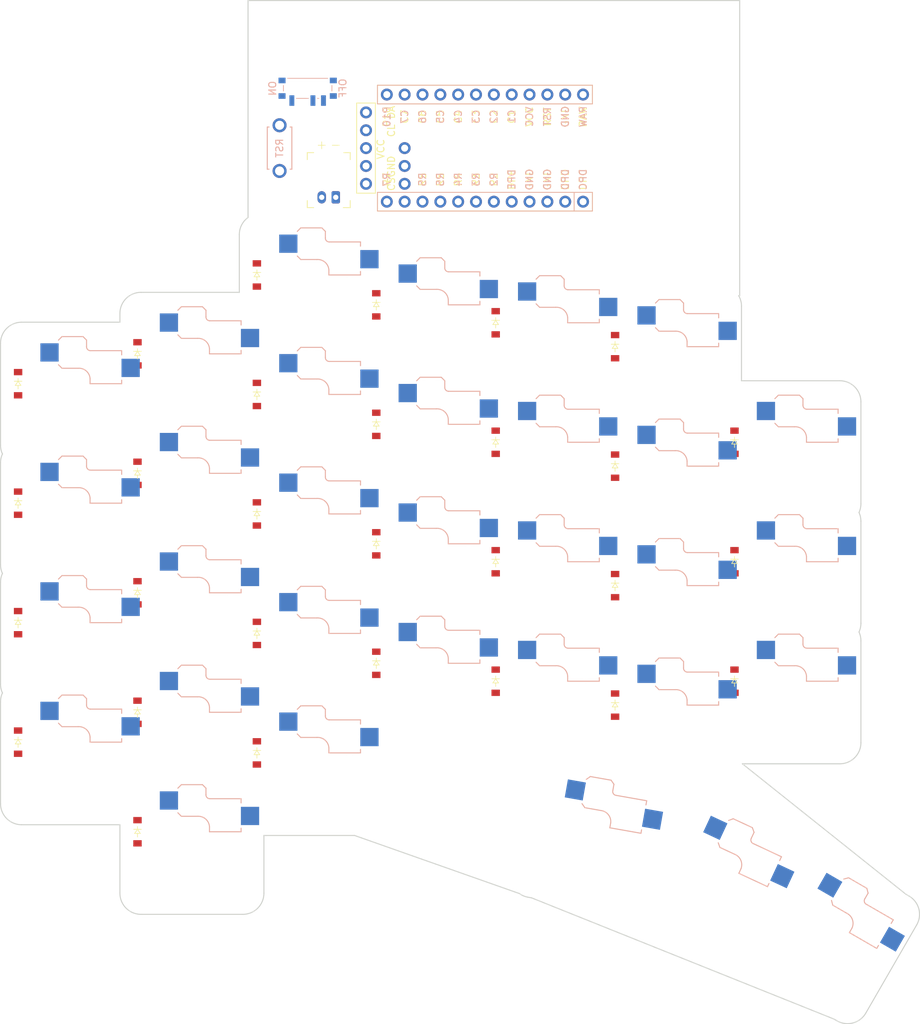
<source format=kicad_pcb>
(kicad_pcb (version 20240108) (generator "ergogen") (generator_version "4.1.0")
  (title_block (title "left_pcb") (date "2025-06-28") (rev "v0.2") (company "Happily-Coding"))
  (layers (0 "F.Cu" signal) (31 "B.Cu" signal) (34 "B.Paste" user) (35 "F.Paste" user) (36 "B.SilkS" user "B.Silkscreen") (37 "F.SilkS" user "F.Silkscreen") (38 "B.Mask" user) (39 "F.Mask" user) (44 "Edge.Cuts" user))
  (net 0 "")
  (net 1 "col1_row4")
  (net 2 "C1")
  (net 3 "GND")
  (net 4 "D1")
  (net 5 "D2")
  (net 6 "col1_row3")
  (net 7 "col1_row2")
  (net 8 "col1_row1")
  (net 9 "col2_row5")
  (net 10 "C2")
  (net 11 "col2_row4")
  (net 12 "col2_row3")
  (net 13 "col2_row2")
  (net 14 "col2_row1")
  (net 15 "col3_row5")
  (net 16 "C3")
  (net 17 "col3_row4")
  (net 18 "col3_row3")
  (net 19 "col3_row2")
  (net 20 "col3_row1")
  (net 21 "col4_row4")
  (net 22 "C4")
  (net 23 "col4_row3")
  (net 24 "col4_row2")
  (net 25 "col4_row1")
  (net 26 "col5_row4")
  (net 27 "C5")
  (net 28 "col5_row3")
  (net 29 "col5_row2")
  (net 30 "col5_row1")
  (net 31 "col6_row4")
  (net 32 "C6")
  (net 33 "col6_row3")
  (net 34 "col6_row2")
  (net 35 "col6_row1")
  (net 36 "col7_row4")
  (net 37 "C7")
  (net 38 "col7_row3")
  (net 39 "col7_row2")
  (net 40 "col1_thumb_row_1")
  (net 41 "col_index")
  (net 42 "col2_thumb_row_1")
  (net 43 "col_inner")
  (net 44 "col3_thumb_row_1")
  (net 45 "col_extra_inner")
  (net 46 "R4")
  (net 47 "R3")
  (net 48 "R2")
  (net 49 "R1")
  (net 50 "R5")
  (net 51 "RAW")
  (net 52 "RST")
  (net 53 "VCC")
  (net 54 "P10")
  (net 55 "DPC")
  (net 56 "DPD")
  (net 57 "DPE")
  (net 58 "R6")
  (net 59 "R7")
  (net 60 "P101")
  (net 61 "P102")
  (net 62 "P107")
  (net 63 "MCU1_24")
  (net 64 "MCU1_1")
  (net 65 "MCU1_23")
  (net 66 "MCU1_2")
  (net 67 "MCU1_22")
  (net 68 "MCU1_3")
  (net 69 "MCU1_21")
  (net 70 "MCU1_4")
  (net 71 "MCU1_20")
  (net 72 "MCU1_5")
  (net 73 "MCU1_19")
  (net 74 "MCU1_6")
  (net 75 "MCU1_18")
  (net 76 "MCU1_7")
  (net 77 "MCU1_17")
  (net 78 "MCU1_8")
  (net 79 "MCU1_16")
  (net 80 "MCU1_9")
  (net 81 "MCU1_15")
  (net 82 "MCU1_10")
  (net 83 "MCU1_14")
  (net 84 "MCU1_11")
  (net 85 "MCU1_13")
  (net 86 "MCU1_12")
  (net 87 "DISP1_1")
  (net 88 "DISP1_2")
  (net 89 "DISP1_4")
  (net 90 "DISP1_5")
  (net 91 "BAT_P")
  (net 92 "JST1_1")
  (net 93 "JST1_2")
  (footprint "ceoloide:switch_choc_v1_v2" (layer "B.Cu") (at 35 133 0)
    (property "Reference" "S1" hide)
    (pad "" np_thru_hole circle (at 0 0 0) (size 3.4 3.4) (drill 3.4) (layers "*.Cu" "*.Mask"))
    (pad "" np_thru_hole circle (at 5.5 0 0) (size 1.9 1.9) (drill 1.9) (layers "*.Cu" "*.Mask"))
    (pad "" np_thru_hole circle (at -5.5 0 0) (size 1.9 1.9) (drill 1.9) (layers "*.Cu" "*.Mask"))
    (pad "" np_thru_hole circle (at 0 -5.95 0) (size 3 3) (drill 3) (layers "*.Cu" "*.Mask"))
    (pad "1" smd rect (at -3.275 -5.95 0) (size 2.6 2.6) (layers "B.Cu" "B.Paste" "B.Mask") (net 1 "col1_row4"))
    (pad "2" smd rect (at 8.275 -3.75 0) (size 2.6 2.6) (layers "B.Cu" "B.Paste" "B.Mask") (net 2 "C1"))
    (pad "" np_thru_hole circle (at 5 -3.75 195) (size 3 3) (drill 3) (layers "*.Cu" "*.Mask"))
  )
  (footprint "ceoloide:switch_choc_v1_v2" (layer "B.Cu") (at 35 116 0)
    (property "Reference" "S2" hide)
    (pad "" np_thru_hole circle (at 0 0 0) (size 3.4 3.4) (drill 3.4) (layers "*.Cu" "*.Mask"))
    (pad "" np_thru_hole circle (at 5.5 0 0) (size 1.9 1.9) (drill 1.9) (layers "*.Cu" "*.Mask"))
    (pad "" np_thru_hole circle (at -5.5 0 0) (size 1.9 1.9) (drill 1.9) (layers "*.Cu" "*.Mask"))
    (pad "" np_thru_hole circle (at 0 -5.95 0) (size 3 3) (drill 3) (layers "*.Cu" "*.Mask"))
    (pad "1" smd rect (at -3.275 -5.95 0) (size 2.6 2.6) (layers "B.Cu" "B.Paste" "B.Mask") (net 6 "col1_row3"))
    (pad "2" smd rect (at 8.275 -3.75 0) (size 2.6 2.6) (layers "B.Cu" "B.Paste" "B.Mask") (net 2 "C1"))
    (pad "" np_thru_hole circle (at 5 -3.75 195) (size 3 3) (drill 3) (layers "*.Cu" "*.Mask"))
  )
  (footprint "ceoloide:switch_choc_v1_v2" (layer "B.Cu") (at 35 99 0)
    (property "Reference" "S3" hide)
    (pad "" np_thru_hole circle (at 0 0 0) (size 3.4 3.4) (drill 3.4) (layers "*.Cu" "*.Mask"))
    (pad "" np_thru_hole circle (at 5.5 0 0) (size 1.9 1.9) (drill 1.9) (layers "*.Cu" "*.Mask"))
    (pad "" np_thru_hole circle (at -5.5 0 0) (size 1.9 1.9) (drill 1.9) (layers "*.Cu" "*.Mask"))
    (pad "" np_thru_hole circle (at 0 -5.95 0) (size 3 3) (drill 3) (layers "*.Cu" "*.Mask"))
    (pad "1" smd rect (at -3.275 -5.95 0) (size 2.6 2.6) (layers "B.Cu" "B.Paste" "B.Mask") (net 7 "col1_row2"))
    (pad "2" smd rect (at 8.275 -3.75 0) (size 2.6 2.6) (layers "B.Cu" "B.Paste" "B.Mask") (net 2 "C1"))
    (pad "" np_thru_hole circle (at 5 -3.75 195) (size 3 3) (drill 3) (layers "*.Cu" "*.Mask"))
  )
  (footprint "ceoloide:switch_choc_v1_v2" (layer "B.Cu") (at 35 82 0)
    (property "Reference" "S4" hide)
    (pad "" np_thru_hole circle (at 0 0 0) (size 3.4 3.4) (drill 3.4) (layers "*.Cu" "*.Mask"))
    (pad "" np_thru_hole circle (at 5.5 0 0) (size 1.9 1.9) (drill 1.9) (layers "*.Cu" "*.Mask"))
    (pad "" np_thru_hole circle (at -5.5 0 0) (size 1.9 1.9) (drill 1.9) (layers "*.Cu" "*.Mask"))
    (pad "" np_thru_hole circle (at 0 -5.95 0) (size 3 3) (drill 3) (layers "*.Cu" "*.Mask"))
    (pad "1" smd rect (at -3.275 -5.95 0) (size 2.6 2.6) (layers "B.Cu" "B.Paste" "B.Mask") (net 8 "col1_row1"))
    (pad "2" smd rect (at 8.275 -3.75 0) (size 2.6 2.6) (layers "B.Cu" "B.Paste" "B.Mask") (net 2 "C1"))
    (pad "" np_thru_hole circle (at 5 -3.75 195) (size 3 3) (drill 3) (layers "*.Cu" "*.Mask"))
  )
  (footprint "ceoloide:switch_choc_v1_v2" (layer "B.Cu") (at 52 145.75 0)
    (property "Reference" "S5" hide)
    (pad "" np_thru_hole circle (at 0 0 0) (size 3.4 3.4) (drill 3.4) (layers "*.Cu" "*.Mask"))
    (pad "" np_thru_hole circle (at 5.5 0 0) (size 1.9 1.9) (drill 1.9) (layers "*.Cu" "*.Mask"))
    (pad "" np_thru_hole circle (at -5.5 0 0) (size 1.9 1.9) (drill 1.9) (layers "*.Cu" "*.Mask"))
    (pad "" np_thru_hole circle (at 0 -5.95 0) (size 3 3) (drill 3) (layers "*.Cu" "*.Mask"))
    (pad "1" smd rect (at -3.275 -5.95 0) (size 2.6 2.6) (layers "B.Cu" "B.Paste" "B.Mask") (net 9 "col2_row5"))
    (pad "2" smd rect (at 8.275 -3.75 0) (size 2.6 2.6) (layers "B.Cu" "B.Paste" "B.Mask") (net 10 "C2"))
    (pad "" np_thru_hole circle (at 5 -3.75 195) (size 3 3) (drill 3) (layers "*.Cu" "*.Mask"))
  )
  (footprint "ceoloide:switch_choc_v1_v2" (layer "B.Cu") (at 52 128.75 0)
    (property "Reference" "S6" hide)
    (pad "" np_thru_hole circle (at 0 0 0) (size 3.4 3.4) (drill 3.4) (layers "*.Cu" "*.Mask"))
    (pad "" np_thru_hole circle (at 5.5 0 0) (size 1.9 1.9) (drill 1.9) (layers "*.Cu" "*.Mask"))
    (pad "" np_thru_hole circle (at -5.5 0 0) (size 1.9 1.9) (drill 1.9) (layers "*.Cu" "*.Mask"))
    (pad "" np_thru_hole circle (at 0 -5.95 0) (size 3 3) (drill 3) (layers "*.Cu" "*.Mask"))
    (pad "1" smd rect (at -3.275 -5.95 0) (size 2.6 2.6) (layers "B.Cu" "B.Paste" "B.Mask") (net 11 "col2_row4"))
    (pad "2" smd rect (at 8.275 -3.75 0) (size 2.6 2.6) (layers "B.Cu" "B.Paste" "B.Mask") (net 10 "C2"))
    (pad "" np_thru_hole circle (at 5 -3.75 195) (size 3 3) (drill 3) (layers "*.Cu" "*.Mask"))
  )
  (footprint "ceoloide:switch_choc_v1_v2" (layer "B.Cu") (at 52 111.75 0)
    (property "Reference" "S7" hide)
    (pad "" np_thru_hole circle (at 0 0 0) (size 3.4 3.4) (drill 3.4) (layers "*.Cu" "*.Mask"))
    (pad "" np_thru_hole circle (at 5.5 0 0) (size 1.9 1.9) (drill 1.9) (layers "*.Cu" "*.Mask"))
    (pad "" np_thru_hole circle (at -5.5 0 0) (size 1.9 1.9) (drill 1.9) (layers "*.Cu" "*.Mask"))
    (pad "" np_thru_hole circle (at 0 -5.95 0) (size 3 3) (drill 3) (layers "*.Cu" "*.Mask"))
    (pad "1" smd rect (at -3.275 -5.95 0) (size 2.6 2.6) (layers "B.Cu" "B.Paste" "B.Mask") (net 12 "col2_row3"))
    (pad "2" smd rect (at 8.275 -3.75 0) (size 2.6 2.6) (layers "B.Cu" "B.Paste" "B.Mask") (net 10 "C2"))
    (pad "" np_thru_hole circle (at 5 -3.75 195) (size 3 3) (drill 3) (layers "*.Cu" "*.Mask"))
  )
  (footprint "ceoloide:switch_choc_v1_v2" (layer "B.Cu") (at 52 94.75 0)
    (property "Reference" "S8" hide)
    (pad "" np_thru_hole circle (at 0 0 0) (size 3.4 3.4) (drill 3.4) (layers "*.Cu" "*.Mask"))
    (pad "" np_thru_hole circle (at 5.5 0 0) (size 1.9 1.9) (drill 1.9) (layers "*.Cu" "*.Mask"))
    (pad "" np_thru_hole circle (at -5.5 0 0) (size 1.9 1.9) (drill 1.9) (layers "*.Cu" "*.Mask"))
    (pad "" np_thru_hole circle (at 0 -5.95 0) (size 3 3) (drill 3) (layers "*.Cu" "*.Mask"))
    (pad "1" smd rect (at -3.275 -5.95 0) (size 2.6 2.6) (layers "B.Cu" "B.Paste" "B.Mask") (net 13 "col2_row2"))
    (pad "2" smd rect (at 8.275 -3.75 0) (size 2.6 2.6) (layers "B.Cu" "B.Paste" "B.Mask") (net 10 "C2"))
    (pad "" np_thru_hole circle (at 5 -3.75 195) (size 3 3) (drill 3) (layers "*.Cu" "*.Mask"))
  )
  (footprint "ceoloide:switch_choc_v1_v2" (layer "B.Cu") (at 52 77.75 0)
    (property "Reference" "S9" hide)
    (pad "" np_thru_hole circle (at 0 0 0) (size 3.4 3.4) (drill 3.4) (layers "*.Cu" "*.Mask"))
    (pad "" np_thru_hole circle (at 5.5 0 0) (size 1.9 1.9) (drill 1.9) (layers "*.Cu" "*.Mask"))
    (pad "" np_thru_hole circle (at -5.5 0 0) (size 1.9 1.9) (drill 1.9) (layers "*.Cu" "*.Mask"))
    (pad "" np_thru_hole circle (at 0 -5.95 0) (size 3 3) (drill 3) (layers "*.Cu" "*.Mask"))
    (pad "1" smd rect (at -3.275 -5.95 0) (size 2.6 2.6) (layers "B.Cu" "B.Paste" "B.Mask") (net 14 "col2_row1"))
    (pad "2" smd rect (at 8.275 -3.75 0) (size 2.6 2.6) (layers "B.Cu" "B.Paste" "B.Mask") (net 10 "C2"))
    (pad "" np_thru_hole circle (at 5 -3.75 195) (size 3 3) (drill 3) (layers "*.Cu" "*.Mask"))
  )
  (footprint "ceoloide:switch_choc_v1_v2" (layer "B.Cu") (at 69 134.53 0)
    (property "Reference" "S10" hide)
    (pad "" np_thru_hole circle (at 0 0 0) (size 3.4 3.4) (drill 3.4) (layers "*.Cu" "*.Mask"))
    (pad "" np_thru_hole circle (at 5.5 0 0) (size 1.9 1.9) (drill 1.9) (layers "*.Cu" "*.Mask"))
    (pad "" np_thru_hole circle (at -5.5 0 0) (size 1.9 1.9) (drill 1.9) (layers "*.Cu" "*.Mask"))
    (pad "" np_thru_hole circle (at 0 -5.95 0) (size 3 3) (drill 3) (layers "*.Cu" "*.Mask"))
    (pad "1" smd rect (at -3.275 -5.95 0) (size 2.6 2.6) (layers "B.Cu" "B.Paste" "B.Mask") (net 15 "col3_row5"))
    (pad "2" smd rect (at 8.275 -3.75 0) (size 2.6 2.6) (layers "B.Cu" "B.Paste" "B.Mask") (net 16 "C3"))
    (pad "" np_thru_hole circle (at 5 -3.75 195) (size 3 3) (drill 3) (layers "*.Cu" "*.Mask"))
  )
  (footprint "ceoloide:switch_choc_v1_v2" (layer "B.Cu") (at 69 117.53 0)
    (property "Reference" "S11" hide)
    (pad "" np_thru_hole circle (at 0 0 0) (size 3.4 3.4) (drill 3.4) (layers "*.Cu" "*.Mask"))
    (pad "" np_thru_hole circle (at 5.5 0 0) (size 1.9 1.9) (drill 1.9) (layers "*.Cu" "*.Mask"))
    (pad "" np_thru_hole circle (at -5.5 0 0) (size 1.9 1.9) (drill 1.9) (layers "*.Cu" "*.Mask"))
    (pad "" np_thru_hole circle (at 0 -5.95 0) (size 3 3) (drill 3) (layers "*.Cu" "*.Mask"))
    (pad "1" smd rect (at -3.275 -5.95 0) (size 2.6 2.6) (layers "B.Cu" "B.Paste" "B.Mask") (net 17 "col3_row4"))
    (pad "2" smd rect (at 8.275 -3.75 0) (size 2.6 2.6) (layers "B.Cu" "B.Paste" "B.Mask") (net 16 "C3"))
    (pad "" np_thru_hole circle (at 5 -3.75 195) (size 3 3) (drill 3) (layers "*.Cu" "*.Mask"))
  )
  (footprint "ceoloide:switch_choc_v1_v2" (layer "B.Cu") (at 69 100.53 0)
    (property "Reference" "S12" hide)
    (pad "" np_thru_hole circle (at 0 0 0) (size 3.4 3.4) (drill 3.4) (layers "*.Cu" "*.Mask"))
    (pad "" np_thru_hole circle (at 5.5 0 0) (size 1.9 1.9) (drill 1.9) (layers "*.Cu" "*.Mask"))
    (pad "" np_thru_hole circle (at -5.5 0 0) (size 1.9 1.9) (drill 1.9) (layers "*.Cu" "*.Mask"))
    (pad "" np_thru_hole circle (at 0 -5.95 0) (size 3 3) (drill 3) (layers "*.Cu" "*.Mask"))
    (pad "1" smd rect (at -3.275 -5.95 0) (size 2.6 2.6) (layers "B.Cu" "B.Paste" "B.Mask") (net 18 "col3_row3"))
    (pad "2" smd rect (at 8.275 -3.75 0) (size 2.6 2.6) (layers "B.Cu" "B.Paste" "B.Mask") (net 16 "C3"))
    (pad "" np_thru_hole circle (at 5 -3.75 195) (size 3 3) (drill 3) (layers "*.Cu" "*.Mask"))
  )
  (footprint "ceoloide:switch_choc_v1_v2" (layer "B.Cu") (at 69 83.53 0)
    (property "Reference" "S13" hide)
    (pad "" np_thru_hole circle (at 0 0 0) (size 3.4 3.4) (drill 3.4) (layers "*.Cu" "*.Mask"))
    (pad "" np_thru_hole circle (at 5.5 0 0) (size 1.9 1.9) (drill 1.9) (layers "*.Cu" "*.Mask"))
    (pad "" np_thru_hole circle (at -5.5 0 0) (size 1.9 1.9) (drill 1.9) (layers "*.Cu" "*.Mask"))
    (pad "" np_thru_hole circle (at 0 -5.95 0) (size 3 3) (drill 3) (layers "*.Cu" "*.Mask"))
    (pad "1" smd rect (at -3.275 -5.95 0) (size 2.6 2.6) (layers "B.Cu" "B.Paste" "B.Mask") (net 19 "col3_row2"))
    (pad "2" smd rect (at 8.275 -3.75 0) (size 2.6 2.6) (layers "B.Cu" "B.Paste" "B.Mask") (net 16 "C3"))
    (pad "" np_thru_hole circle (at 5 -3.75 195) (size 3 3) (drill 3) (layers "*.Cu" "*.Mask"))
  )
  (footprint "ceoloide:switch_choc_v1_v2" (layer "B.Cu") (at 69 66.53 0)
    (property "Reference" "S14" hide)
    (pad "" np_thru_hole circle (at 0 0 0) (size 3.4 3.4) (drill 3.4) (layers "*.Cu" "*.Mask"))
    (pad "" np_thru_hole circle (at 5.5 0 0) (size 1.9 1.9) (drill 1.9) (layers "*.Cu" "*.Mask"))
    (pad "" np_thru_hole circle (at -5.5 0 0) (size 1.9 1.9) (drill 1.9) (layers "*.Cu" "*.Mask"))
    (pad "" np_thru_hole circle (at 0 -5.95 0) (size 3 3) (drill 3) (layers "*.Cu" "*.Mask"))
    (pad "1" smd rect (at -3.275 -5.95 0) (size 2.6 2.6) (layers "B.Cu" "B.Paste" "B.Mask") (net 20 "col3_row1"))
    (pad "2" smd rect (at 8.275 -3.75 0) (size 2.6 2.6) (layers "B.Cu" "B.Paste" "B.Mask") (net 16 "C3"))
    (pad "" np_thru_hole circle (at 5 -3.75 195) (size 3 3) (drill 3) (layers "*.Cu" "*.Mask"))
  )
  (footprint "ceoloide:switch_choc_v1_v2" (layer "B.Cu") (at 86 121.78 0)
    (property "Reference" "S15" hide)
    (pad "" np_thru_hole circle (at 0 0 0) (size 3.4 3.4) (drill 3.4) (layers "*.Cu" "*.Mask"))
    (pad "" np_thru_hole circle (at 5.5 0 0) (size 1.9 1.9) (drill 1.9) (layers "*.Cu" "*.Mask"))
    (pad "" np_thru_hole circle (at -5.5 0 0) (size 1.9 1.9) (drill 1.9) (layers "*.Cu" "*.Mask"))
    (pad "" np_thru_hole circle (at 0 -5.95 0) (size 3 3) (drill 3) (layers "*.Cu" "*.Mask"))
    (pad "1" smd rect (at -3.275 -5.95 0) (size 2.6 2.6) (layers "B.Cu" "B.Paste" "B.Mask") (net 21 "col4_row4"))
    (pad "2" smd rect (at 8.275 -3.75 0) (size 2.6 2.6) (layers "B.Cu" "B.Paste" "B.Mask") (net 22 "C4"))
    (pad "" np_thru_hole circle (at 5 -3.75 195) (size 3 3) (drill 3) (layers "*.Cu" "*.Mask"))
  )
  (footprint "ceoloide:switch_choc_v1_v2" (layer "B.Cu") (at 86 104.78 0)
    (property "Reference" "S16" hide)
    (pad "" np_thru_hole circle (at 0 0 0) (size 3.4 3.4) (drill 3.4) (layers "*.Cu" "*.Mask"))
    (pad "" np_thru_hole circle (at 5.5 0 0) (size 1.9 1.9) (drill 1.9) (layers "*.Cu" "*.Mask"))
    (pad "" np_thru_hole circle (at -5.5 0 0) (size 1.9 1.9) (drill 1.9) (layers "*.Cu" "*.Mask"))
    (pad "" np_thru_hole circle (at 0 -5.95 0) (size 3 3) (drill 3) (layers "*.Cu" "*.Mask"))
    (pad "1" smd rect (at -3.275 -5.95 0) (size 2.6 2.6) (layers "B.Cu" "B.Paste" "B.Mask") (net 23 "col4_row3"))
    (pad "2" smd rect (at 8.275 -3.75 0) (size 2.6 2.6) (layers "B.Cu" "B.Paste" "B.Mask") (net 22 "C4"))
    (pad "" np_thru_hole circle (at 5 -3.75 195) (size 3 3) (drill 3) (layers "*.Cu" "*.Mask"))
  )
  (footprint "ceoloide:switch_choc_v1_v2" (layer "B.Cu") (at 86 87.78 0)
    (property "Reference" "S17" hide)
    (pad "" np_thru_hole circle (at 0 0 0) (size 3.4 3.4) (drill 3.4) (layers "*.Cu" "*.Mask"))
    (pad "" np_thru_hole circle (at 5.5 0 0) (size 1.9 1.9) (drill 1.9) (layers "*.Cu" "*.Mask"))
    (pad "" np_thru_hole circle (at -5.5 0 0) (size 1.9 1.9) (drill 1.9) (layers "*.Cu" "*.Mask"))
    (pad "" np_thru_hole circle (at 0 -5.95 0) (size 3 3) (drill 3) (layers "*.Cu" "*.Mask"))
    (pad "1" smd rect (at -3.275 -5.95 0) (size 2.6 2.6) (layers "B.Cu" "B.Paste" "B.Mask") (net 24 "col4_row2"))
    (pad "2" smd rect (at 8.275 -3.75 0) (size 2.6 2.6) (layers "B.Cu" "B.Paste" "B.Mask") (net 22 "C4"))
    (pad "" np_thru_hole circle (at 5 -3.75 195) (size 3 3) (drill 3) (layers "*.Cu" "*.Mask"))
  )
  (footprint "ceoloide:switch_choc_v1_v2" (layer "B.Cu") (at 86 70.78 0)
    (property "Reference" "S18" hide)
    (pad "" np_thru_hole circle (at 0 0 0) (size 3.4 3.4) (drill 3.4) (layers "*.Cu" "*.Mask"))
    (pad "" np_thru_hole circle (at 5.5 0 0) (size 1.9 1.9) (drill 1.9) (layers "*.Cu" "*.Mask"))
    (pad "" np_thru_hole circle (at -5.5 0 0) (size 1.9 1.9) (drill 1.9) (layers "*.Cu" "*.Mask"))
    (pad "" np_thru_hole circle (at 0 -5.95 0) (size 3 3) (drill 3) (layers "*.Cu" "*.Mask"))
    (pad "1" smd rect (at -3.275 -5.95 0) (size 2.6 2.6) (layers "B.Cu" "B.Paste" "B.Mask") (net 25 "col4_row1"))
    (pad "2" smd rect (at 8.275 -3.75 0) (size 2.6 2.6) (layers "B.Cu" "B.Paste" "B.Mask") (net 22 "C4"))
    (pad "" np_thru_hole circle (at 5 -3.75 195) (size 3 3) (drill 3) (layers "*.Cu" "*.Mask"))
  )
  (footprint "ceoloide:switch_choc_v1_v2" (layer "B.Cu") (at 103 124.33000000000001 0)
    (property "Reference" "S19" hide)
    (pad "" np_thru_hole circle (at 0 0 0) (size 3.4 3.4) (drill 3.4) (layers "*.Cu" "*.Mask"))
    (pad "" np_thru_hole circle (at 5.5 0 0) (size 1.9 1.9) (drill 1.9) (layers "*.Cu" "*.Mask"))
    (pad "" np_thru_hole circle (at -5.5 0 0) (size 1.9 1.9) (drill 1.9) (layers "*.Cu" "*.Mask"))
    (pad "" np_thru_hole circle (at 0 -5.95 0) (size 3 3) (drill 3) (layers "*.Cu" "*.Mask"))
    (pad "1" smd rect (at -3.275 -5.95 0) (size 2.6 2.6) (layers "B.Cu" "B.Paste" "B.Mask") (net 26 "col5_row4"))
    (pad "2" smd rect (at 8.275 -3.75 0) (size 2.6 2.6) (layers "B.Cu" "B.Paste" "B.Mask") (net 27 "C5"))
    (pad "" np_thru_hole circle (at 5 -3.75 195) (size 3 3) (drill 3) (layers "*.Cu" "*.Mask"))
  )
  (footprint "ceoloide:switch_choc_v1_v2" (layer "B.Cu") (at 103 107.33000000000001 0)
    (property "Reference" "S20" hide)
    (pad "" np_thru_hole circle (at 0 0 0) (size 3.4 3.4) (drill 3.4) (layers "*.Cu" "*.Mask"))
    (pad "" np_thru_hole circle (at 5.5 0 0) (size 1.9 1.9) (drill 1.9) (layers "*.Cu" "*.Mask"))
    (pad "" np_thru_hole circle (at -5.5 0 0) (size 1.9 1.9) (drill 1.9) (layers "*.Cu" "*.Mask"))
    (pad "" np_thru_hole circle (at 0 -5.95 0) (size 3 3) (drill 3) (layers "*.Cu" "*.Mask"))
    (pad "1" smd rect (at -3.275 -5.95 0) (size 2.6 2.6) (layers "B.Cu" "B.Paste" "B.Mask") (net 28 "col5_row3"))
    (pad "2" smd rect (at 8.275 -3.75 0) (size 2.6 2.6) (layers "B.Cu" "B.Paste" "B.Mask") (net 27 "C5"))
    (pad "" np_thru_hole circle (at 5 -3.75 195) (size 3 3) (drill 3) (layers "*.Cu" "*.Mask"))
  )
  (footprint "ceoloide:switch_choc_v1_v2" (layer "B.Cu") (at 103 90.33000000000001 0)
    (property "Reference" "S21" hide)
    (pad "" np_thru_hole circle (at 0 0 0) (size 3.4 3.4) (drill 3.4) (layers "*.Cu" "*.Mask"))
    (pad "" np_thru_hole circle (at 5.5 0 0) (size 1.9 1.9) (drill 1.9) (layers "*.Cu" "*.Mask"))
    (pad "" np_thru_hole circle (at -5.5 0 0) (size 1.9 1.9) (drill 1.9) (layers "*.Cu" "*.Mask"))
    (pad "" np_thru_hole circle (at 0 -5.95 0) (size 3 3) (drill 3) (layers "*.Cu" "*.Mask"))
    (pad "1" smd rect (at -3.275 -5.95 0) (size 2.6 2.6) (layers "B.Cu" "B.Paste" "B.Mask") (net 29 "col5_row2"))
    (pad "2" smd rect (at 8.275 -3.75 0) (size 2.6 2.6) (layers "B.Cu" "B.Paste" "B.Mask") (net 27 "C5"))
    (pad "" np_thru_hole circle (at 5 -3.75 195) (size 3 3) (drill 3) (layers "*.Cu" "*.Mask"))
  )
  (footprint "ceoloide:switch_choc_v1_v2" (layer "B.Cu") (at 103 73.33000000000001 0)
    (property "Reference" "S22" hide)
    (pad "" np_thru_hole circle (at 0 0 0) (size 3.4 3.4) (drill 3.4) (layers "*.Cu" "*.Mask"))
    (pad "" np_thru_hole circle (at 5.5 0 0) (size 1.9 1.9) (drill 1.9) (layers "*.Cu" "*.Mask"))
    (pad "" np_thru_hole circle (at -5.5 0 0) (size 1.9 1.9) (drill 1.9) (layers "*.Cu" "*.Mask"))
    (pad "" np_thru_hole circle (at 0 -5.95 0) (size 3 3) (drill 3) (layers "*.Cu" "*.Mask"))
    (pad "1" smd rect (at -3.275 -5.95 0) (size 2.6 2.6) (layers "B.Cu" "B.Paste" "B.Mask") (net 30 "col5_row1"))
    (pad "2" smd rect (at 8.275 -3.75 0) (size 2.6 2.6) (layers "B.Cu" "B.Paste" "B.Mask") (net 27 "C5"))
    (pad "" np_thru_hole circle (at 5 -3.75 195) (size 3 3) (drill 3) (layers "*.Cu" "*.Mask"))
  )
  (footprint "ceoloide:switch_choc_v1_v2" (layer "B.Cu") (at 120 127.72999999999999 0)
    (property "Reference" "S23" hide)
    (pad "" np_thru_hole circle (at 0 0 0) (size 3.4 3.4) (drill 3.4) (layers "*.Cu" "*.Mask"))
    (pad "" np_thru_hole circle (at 5.5 0 0) (size 1.9 1.9) (drill 1.9) (layers "*.Cu" "*.Mask"))
    (pad "" np_thru_hole circle (at -5.5 0 0) (size 1.9 1.9) (drill 1.9) (layers "*.Cu" "*.Mask"))
    (pad "" np_thru_hole circle (at 0 -5.95 0) (size 3 3) (drill 3) (layers "*.Cu" "*.Mask"))
    (pad "1" smd rect (at -3.275 -5.95 0) (size 2.6 2.6) (layers "B.Cu" "B.Paste" "B.Mask") (net 31 "col6_row4"))
    (pad "2" smd rect (at 8.275 -3.75 0) (size 2.6 2.6) (layers "B.Cu" "B.Paste" "B.Mask") (net 32 "C6"))
    (pad "" np_thru_hole circle (at 5 -3.75 195) (size 3 3) (drill 3) (layers "*.Cu" "*.Mask"))
  )
  (footprint "ceoloide:switch_choc_v1_v2" (layer "B.Cu") (at 120 110.72999999999999 0)
    (property "Reference" "S24" hide)
    (pad "" np_thru_hole circle (at 0 0 0) (size 3.4 3.4) (drill 3.4) (layers "*.Cu" "*.Mask"))
    (pad "" np_thru_hole circle (at 5.5 0 0) (size 1.9 1.9) (drill 1.9) (layers "*.Cu" "*.Mask"))
    (pad "" np_thru_hole circle (at -5.5 0 0) (size 1.9 1.9) (drill 1.9) (layers "*.Cu" "*.Mask"))
    (pad "" np_thru_hole circle (at 0 -5.95 0) (size 3 3) (drill 3) (layers "*.Cu" "*.Mask"))
    (pad "1" smd rect (at -3.275 -5.95 0) (size 2.6 2.6) (layers "B.Cu" "B.Paste" "B.Mask") (net 33 "col6_row3"))
    (pad "2" smd rect (at 8.275 -3.75 0) (size 2.6 2.6) (layers "B.Cu" "B.Paste" "B.Mask") (net 32 "C6"))
    (pad "" np_thru_hole circle (at 5 -3.75 195) (size 3 3) (drill 3) (layers "*.Cu" "*.Mask"))
  )
  (footprint "ceoloide:switch_choc_v1_v2" (layer "B.Cu") (at 120 93.72999999999999 0)
    (property "Reference" "S25" hide)
    (pad "" np_thru_hole circle (at 0 0 0) (size 3.4 3.4) (drill 3.4) (layers "*.Cu" "*.Mask"))
    (pad "" np_thru_hole circle (at 5.5 0 0) (size 1.9 1.9) (drill 1.9) (layers "*.Cu" "*.Mask"))
    (pad "" np_thru_hole circle (at -5.5 0 0) (size 1.9 1.9) (drill 1.9) (layers "*.Cu" "*.Mask"))
    (pad "" np_thru_hole circle (at 0 -5.95 0) (size 3 3) (drill 3) (layers "*.Cu" "*.Mask"))
    (pad "1" smd rect (at -3.275 -5.95 0) (size 2.6 2.6) (layers "B.Cu" "B.Paste" "B.Mask") (net 34 "col6_row2"))
    (pad "2" smd rect (at 8.275 -3.75 0) (size 2.6 2.6) (layers "B.Cu" "B.Paste" "B.Mask") (net 32 "C6"))
    (pad "" np_thru_hole circle (at 5 -3.75 195) (size 3 3) (drill 3) (layers "*.Cu" "*.Mask"))
  )
  (footprint "ceoloide:switch_choc_v1_v2" (layer "B.Cu") (at 120 76.72999999999999 0)
    (property "Reference" "S26" hide)
    (pad "" np_thru_hole circle (at 0 0 0) (size 3.4 3.4) (drill 3.4) (layers "*.Cu" "*.Mask"))
    (pad "" np_thru_hole circle (at 5.5 0 0) (size 1.9 1.9) (drill 1.9) (layers "*.Cu" "*.Mask"))
    (pad "" np_thru_hole circle (at -5.5 0 0) (size 1.9 1.9) (drill 1.9) (layers "*.Cu" "*.Mask"))
    (pad "" np_thru_hole circle (at 0 -5.95 0) (size 3 3) (drill 3) (layers "*.Cu" "*.Mask"))
    (pad "1" smd rect (at -3.275 -5.95 0) (size 2.6 2.6) (layers "B.Cu" "B.Paste" "B.Mask") (net 35 "col6_row1"))
    (pad "2" smd rect (at 8.275 -3.75 0) (size 2.6 2.6) (layers "B.Cu" "B.Paste" "B.Mask") (net 32 "C6"))
    (pad "" np_thru_hole circle (at 5 -3.75 195) (size 3 3) (drill 3) (layers "*.Cu" "*.Mask"))
  )
  (footprint "ceoloide:switch_choc_v1_v2" (layer "B.Cu") (at 137 124.33000000000001 0)
    (property "Reference" "S27" hide)
    (pad "" np_thru_hole circle (at 0 0 0) (size 3.4 3.4) (drill 3.4) (layers "*.Cu" "*.Mask"))
    (pad "" np_thru_hole circle (at 5.5 0 0) (size 1.9 1.9) (drill 1.9) (layers "*.Cu" "*.Mask"))
    (pad "" np_thru_hole circle (at -5.5 0 0) (size 1.9 1.9) (drill 1.9) (layers "*.Cu" "*.Mask"))
    (pad "" np_thru_hole circle (at 0 -5.95 0) (size 3 3) (drill 3) (layers "*.Cu" "*.Mask"))
    (pad "1" smd rect (at -3.275 -5.95 0) (size 2.6 2.6) (layers "B.Cu" "B.Paste" "B.Mask") (net 36 "col7_row4"))
    (pad "2" smd rect (at 8.275 -3.75 0) (size 2.6 2.6) (layers "B.Cu" "B.Paste" "B.Mask") (net 37 "C7"))
    (pad "" np_thru_hole circle (at 5 -3.75 195) (size 3 3) (drill 3) (layers "*.Cu" "*.Mask"))
  )
  (footprint "ceoloide:switch_choc_v1_v2" (layer "B.Cu") (at 137 107.33000000000001 0)
    (property "Reference" "S28" hide)
    (pad "" np_thru_hole circle (at 0 0 0) (size 3.4 3.4) (drill 3.4) (layers "*.Cu" "*.Mask"))
    (pad "" np_thru_hole circle (at 5.5 0 0) (size 1.9 1.9) (drill 1.9) (layers "*.Cu" "*.Mask"))
    (pad "" np_thru_hole circle (at -5.5 0 0) (size 1.9 1.9) (drill 1.9) (layers "*.Cu" "*.Mask"))
    (pad "" np_thru_hole circle (at 0 -5.95 0) (size 3 3) (drill 3) (layers "*.Cu" "*.Mask"))
    (pad "1" smd rect (at -3.275 -5.95 0) (size 2.6 2.6) (layers "B.Cu" "B.Paste" "B.Mask") (net 38 "col7_row3"))
    (pad "2" smd rect (at 8.275 -3.75 0) (size 2.6 2.6) (layers "B.Cu" "B.Paste" "B.Mask") (net 37 "C7"))
    (pad "" np_thru_hole circle (at 5 -3.75 195) (size 3 3) (drill 3) (layers "*.Cu" "*.Mask"))
  )
  (footprint "ceoloide:switch_choc_v1_v2" (layer "B.Cu") (at 137 90.33000000000001 0)
    (property "Reference" "S29" hide)
    (pad "" np_thru_hole circle (at 0 0 0) (size 3.4 3.4) (drill 3.4) (layers "*.Cu" "*.Mask"))
    (pad "" np_thru_hole circle (at 5.5 0 0) (size 1.9 1.9) (drill 1.9) (layers "*.Cu" "*.Mask"))
    (pad "" np_thru_hole circle (at -5.5 0 0) (size 1.9 1.9) (drill 1.9) (layers "*.Cu" "*.Mask"))
    (pad "" np_thru_hole circle (at 0 -5.95 0) (size 3 3) (drill 3) (layers "*.Cu" "*.Mask"))
    (pad "1" smd rect (at -3.275 -5.95 0) (size 2.6 2.6) (layers "B.Cu" "B.Paste" "B.Mask") (net 39 "col7_row2"))
    (pad "2" smd rect (at 8.275 -3.75 0) (size 2.6 2.6) (layers "B.Cu" "B.Paste" "B.Mask") (net 37 "C7"))
    (pad "" np_thru_hole circle (at 5 -3.75 195) (size 3 3) (drill 3) (layers "*.Cu" "*.Mask"))
  )
  (footprint "ceoloide:switch_choc_v1_v2" (layer "B.Cu") (at 108.78 144.73 -10)
    (property "Reference" "S30" hide)
    (pad "" np_thru_hole circle (at 0 0 -10) (size 3.4 3.4) (drill 3.4) (layers "*.Cu" "*.Mask"))
    (pad "" np_thru_hole circle (at 5.5 0 -10) (size 1.9 1.9) (drill 1.9) (layers "*.Cu" "*.Mask"))
    (pad "" np_thru_hole circle (at -5.5 0 -10) (size 1.9 1.9) (drill 1.9) (layers "*.Cu" "*.Mask"))
    (pad "" np_thru_hole circle (at 0 -5.95 -10) (size 3 3) (drill 3) (layers "*.Cu" "*.Mask"))
    (pad "1" smd rect (at -3.275 -5.95 -10) (size 2.6 2.6) (layers "B.Cu" "B.Paste" "B.Mask") (net 40 "col1_thumb_row_1"))
    (pad "2" smd rect (at 8.275 -3.75 -10) (size 2.6 2.6) (layers "B.Cu" "B.Paste" "B.Mask") (net 41 "col_index"))
    (pad "" np_thru_hole circle (at 5 -3.75 185) (size 3 3) (drill 3) (layers "*.Cu" "*.Mask"))
  )
  (footprint "ceoloide:switch_choc_v1_v2" (layer "B.Cu") (at 126.97072779999999 150.4655144 -25)
    (property "Reference" "S31" hide)
    (pad "" np_thru_hole circle (at 0 0 -25) (size 3.4 3.4) (drill 3.4) (layers "*.Cu" "*.Mask"))
    (pad "" np_thru_hole circle (at 5.5 0 -25) (size 1.9 1.9) (drill 1.9) (layers "*.Cu" "*.Mask"))
    (pad "" np_thru_hole circle (at -5.5 0 -25) (size 1.9 1.9) (drill 1.9) (layers "*.Cu" "*.Mask"))
    (pad "" np_thru_hole circle (at 0 -5.95 -25) (size 3 3) (drill 3) (layers "*.Cu" "*.Mask"))
    (pad "1" smd rect (at -3.275 -5.95 -25) (size 2.6 2.6) (layers "B.Cu" "B.Paste" "B.Mask") (net 42 "col2_thumb_row_1"))
    (pad "2" smd rect (at 8.275 -3.75 -25) (size 2.6 2.6) (layers "B.Cu" "B.Paste" "B.Mask") (net 43 "col_inner"))
    (pad "" np_thru_hole circle (at 5 -3.75 170) (size 3 3) (drill 3) (layers "*.Cu" "*.Mask"))
  )
  (footprint "ceoloide:switch_choc_v1_v2" (layer "B.Cu") (at 142.6933047 158.65016989999998 -30)
    (property "Reference" "S32" hide)
    (pad "" np_thru_hole circle (at 0 0 -30) (size 3.4 3.4) (drill 3.4) (layers "*.Cu" "*.Mask"))
    (pad "" np_thru_hole circle (at 5.5 0 -30) (size 1.9 1.9) (drill 1.9) (layers "*.Cu" "*.Mask"))
    (pad "" np_thru_hole circle (at -5.5 0 -30) (size 1.9 1.9) (drill 1.9) (layers "*.Cu" "*.Mask"))
    (pad "" np_thru_hole circle (at 0 -5.95 -30) (size 3 3) (drill 3) (layers "*.Cu" "*.Mask"))
    (pad "1" smd rect (at -3.275 -5.95 -30) (size 2.6 2.6) (layers "B.Cu" "B.Paste" "B.Mask") (net 44 "col3_thumb_row_1"))
    (pad "2" smd rect (at 8.275 -3.75 -30) (size 2.6 2.6) (layers "B.Cu" "B.Paste" "B.Mask") (net 45 "col_extra_inner"))
    (pad "" np_thru_hole circle (at 5 -3.75 165) (size 3 3) (drill 3) (layers "*.Cu" "*.Mask"))
  )
  (footprint "ceoloide:diode_tht_sod123" (layer "F.Cu") (at 27.25 131.5 -90)
    (property "Reference" "D1" hide)
    (pad "1" smd rect (at -1.65 0 -90) (size 0.9 1.2) (layers "F.Cu" "F.Paste" "F.Mask") (net 46 "R4"))
    (pad "2" smd rect (at 1.65 0 -90) (size 0.9 1.2) (layers "F.Cu" "F.Paste" "F.Mask") (net 1 "col1_row4"))
  )
  (footprint "ceoloide:diode_tht_sod123" (layer "F.Cu") (at 27.25 114.5 -90)
    (property "Reference" "D2" hide)
    (pad "1" smd rect (at -1.65 0 -90) (size 0.9 1.2) (layers "F.Cu" "F.Paste" "F.Mask") (net 47 "R3"))
    (pad "2" smd rect (at 1.65 0 -90) (size 0.9 1.2) (layers "F.Cu" "F.Paste" "F.Mask") (net 6 "col1_row3"))
  )
  (footprint "ceoloide:diode_tht_sod123" (layer "F.Cu") (at 27.25 97.5 -90)
    (property "Reference" "D3" hide)
    (pad "1" smd rect (at -1.65 0 -90) (size 0.9 1.2) (layers "F.Cu" "F.Paste" "F.Mask") (net 48 "R2"))
    (pad "2" smd rect (at 1.65 0 -90) (size 0.9 1.2) (layers "F.Cu" "F.Paste" "F.Mask") (net 7 "col1_row2"))
  )
  (footprint "ceoloide:diode_tht_sod123" (layer "F.Cu") (at 27.25 80.5 -90)
    (property "Reference" "D4" hide)
    (pad "1" smd rect (at -1.65 0 -90) (size 0.9 1.2) (layers "F.Cu" "F.Paste" "F.Mask") (net 49 "R1"))
    (pad "2" smd rect (at 1.65 0 -90) (size 0.9 1.2) (layers "F.Cu" "F.Paste" "F.Mask") (net 8 "col1_row1"))
  )
  (footprint "ceoloide:diode_tht_sod123" (layer "F.Cu") (at 44.25 144.25 -90)
    (property "Reference" "D5" hide)
    (pad "1" smd rect (at -1.65 0 -90) (size 0.9 1.2) (layers "F.Cu" "F.Paste" "F.Mask") (net 50 "R5"))
    (pad "2" smd rect (at 1.65 0 -90) (size 0.9 1.2) (layers "F.Cu" "F.Paste" "F.Mask") (net 9 "col2_row5"))
  )
  (footprint "ceoloide:diode_tht_sod123" (layer "F.Cu") (at 44.25 127.25 -90)
    (property "Reference" "D6" hide)
    (pad "1" smd rect (at -1.65 0 -90) (size 0.9 1.2) (layers "F.Cu" "F.Paste" "F.Mask") (net 46 "R4"))
    (pad "2" smd rect (at 1.65 0 -90) (size 0.9 1.2) (layers "F.Cu" "F.Paste" "F.Mask") (net 11 "col2_row4"))
  )
  (footprint "ceoloide:diode_tht_sod123" (layer "F.Cu") (at 44.25 110.25 -90)
    (property "Reference" "D7" hide)
    (pad "1" smd rect (at -1.65 0 -90) (size 0.9 1.2) (layers "F.Cu" "F.Paste" "F.Mask") (net 47 "R3"))
    (pad "2" smd rect (at 1.65 0 -90) (size 0.9 1.2) (layers "F.Cu" "F.Paste" "F.Mask") (net 12 "col2_row3"))
  )
  (footprint "ceoloide:diode_tht_sod123" (layer "F.Cu") (at 44.25 93.25 -90)
    (property "Reference" "D8" hide)
    (pad "1" smd rect (at -1.65 0 -90) (size 0.9 1.2) (layers "F.Cu" "F.Paste" "F.Mask") (net 48 "R2"))
    (pad "2" smd rect (at 1.65 0 -90) (size 0.9 1.2) (layers "F.Cu" "F.Paste" "F.Mask") (net 13 "col2_row2"))
  )
  (footprint "ceoloide:diode_tht_sod123" (layer "F.Cu") (at 44.25 76.25 -90)
    (property "Reference" "D9" hide)
    (pad "1" smd rect (at -1.65 0 -90) (size 0.9 1.2) (layers "F.Cu" "F.Paste" "F.Mask") (net 49 "R1"))
    (pad "2" smd rect (at 1.65 0 -90) (size 0.9 1.2) (layers "F.Cu" "F.Paste" "F.Mask") (net 14 "col2_row1"))
  )
  (footprint "ceoloide:diode_tht_sod123" (layer "F.Cu") (at 61.25 133.03 -90)
    (property "Reference" "D10" hide)
    (pad "1" smd rect (at -1.65 0 -90) (size 0.9 1.2) (layers "F.Cu" "F.Paste" "F.Mask") (net 50 "R5"))
    (pad "2" smd rect (at 1.65 0 -90) (size 0.9 1.2) (layers "F.Cu" "F.Paste" "F.Mask") (net 15 "col3_row5"))
  )
  (footprint "ceoloide:diode_tht_sod123" (layer "F.Cu") (at 61.25 116.03 -90)
    (property "Reference" "D11" hide)
    (pad "1" smd rect (at -1.65 0 -90) (size 0.9 1.2) (layers "F.Cu" "F.Paste" "F.Mask") (net 46 "R4"))
    (pad "2" smd rect (at 1.65 0 -90) (size 0.9 1.2) (layers "F.Cu" "F.Paste" "F.Mask") (net 17 "col3_row4"))
  )
  (footprint "ceoloide:diode_tht_sod123" (layer "F.Cu") (at 61.25 99.03 -90)
    (property "Reference" "D12" hide)
    (pad "1" smd rect (at -1.65 0 -90) (size 0.9 1.2) (layers "F.Cu" "F.Paste" "F.Mask") (net 47 "R3"))
    (pad "2" smd rect (at 1.65 0 -90) (size 0.9 1.2) (layers "F.Cu" "F.Paste" "F.Mask") (net 18 "col3_row3"))
  )
  (footprint "ceoloide:diode_tht_sod123" (layer "F.Cu") (at 61.25 82.03 -90)
    (property "Reference" "D13" hide)
    (pad "1" smd rect (at -1.65 0 -90) (size 0.9 1.2) (layers "F.Cu" "F.Paste" "F.Mask") (net 48 "R2"))
    (pad "2" smd rect (at 1.65 0 -90) (size 0.9 1.2) (layers "F.Cu" "F.Paste" "F.Mask") (net 19 "col3_row2"))
  )
  (footprint "ceoloide:diode_tht_sod123" (layer "F.Cu") (at 61.25 65.03 -90)
    (property "Reference" "D14" hide)
    (pad "1" smd rect (at -1.65 0 -90) (size 0.9 1.2) (layers "F.Cu" "F.Paste" "F.Mask") (net 49 "R1"))
    (pad "2" smd rect (at 1.65 0 -90) (size 0.9 1.2) (layers "F.Cu" "F.Paste" "F.Mask") (net 20 "col3_row1"))
  )
  (footprint "ceoloide:diode_tht_sod123" (layer "F.Cu") (at 78.25 120.28 -90)
    (property "Reference" "D15" hide)
    (pad "1" smd rect (at -1.65 0 -90) (size 0.9 1.2) (layers "F.Cu" "F.Paste" "F.Mask") (net 46 "R4"))
    (pad "2" smd rect (at 1.65 0 -90) (size 0.9 1.2) (layers "F.Cu" "F.Paste" "F.Mask") (net 21 "col4_row4"))
  )
  (footprint "ceoloide:diode_tht_sod123" (layer "F.Cu") (at 78.25 103.28 -90)
    (property "Reference" "D16" hide)
    (pad "1" smd rect (at -1.65 0 -90) (size 0.9 1.2) (layers "F.Cu" "F.Paste" "F.Mask") (net 47 "R3"))
    (pad "2" smd rect (at 1.65 0 -90) (size 0.9 1.2) (layers "F.Cu" "F.Paste" "F.Mask") (net 23 "col4_row3"))
  )
  (footprint "ceoloide:diode_tht_sod123" (layer "F.Cu") (at 78.25 86.28 -90)
    (property "Reference" "D17" hide)
    (pad "1" smd rect (at -1.65 0 -90) (size 0.9 1.2) (layers "F.Cu" "F.Paste" "F.Mask") (net 48 "R2"))
    (pad "2" smd rect (at 1.65 0 -90) (size 0.9 1.2) (layers "F.Cu" "F.Paste" "F.Mask") (net 24 "col4_row2"))
  )
  (footprint "ceoloide:diode_tht_sod123" (layer "F.Cu") (at 78.25 69.28 -90)
    (property "Reference" "D18" hide)
    (pad "1" smd rect (at -1.65 0 -90) (size 0.9 1.2) (layers "F.Cu" "F.Paste" "F.Mask") (net 49 "R1"))
    (pad "2" smd rect (at 1.65 0 -90) (size 0.9 1.2) (layers "F.Cu" "F.Paste" "F.Mask") (net 25 "col4_row1"))
  )
  (footprint "ceoloide:diode_tht_sod123" (layer "F.Cu") (at 95.25 122.83000000000001 -90)
    (property "Reference" "D19" hide)
    (pad "1" smd rect (at -1.65 0 -90) (size 0.9 1.2) (layers "F.Cu" "F.Paste" "F.Mask") (net 46 "R4"))
    (pad "2" smd rect (at 1.65 0 -90) (size 0.9 1.2) (layers "F.Cu" "F.Paste" "F.Mask") (net 26 "col5_row4"))
  )
  (footprint "ceoloide:diode_tht_sod123" (layer "F.Cu") (at 95.25 105.83000000000001 -90)
    (property "Reference" "D20" hide)
    (pad "1" smd rect (at -1.65 0 -90) (size 0.9 1.2) (layers "F.Cu" "F.Paste" "F.Mask") (net 47 "R3"))
    (pad "2" smd rect (at 1.65 0 -90) (size 0.9 1.2) (layers "F.Cu" "F.Paste" "F.Mask") (net 28 "col5_row3"))
  )
  (footprint "ceoloide:diode_tht_sod123" (layer "F.Cu") (at 95.25 88.83000000000001 -90)
    (property "Reference" "D21" hide)
    (pad "1" smd rect (at -1.65 0 -90) (size 0.9 1.2) (layers "F.Cu" "F.Paste" "F.Mask") (net 48 "R2"))
    (pad "2" smd rect (at 1.65 0 -90) (size 0.9 1.2) (layers "F.Cu" "F.Paste" "F.Mask") (net 29 "col5_row2"))
  )
  (footprint "ceoloide:diode_tht_sod123" (layer "F.Cu") (at 95.25 71.83000000000001 -90)
    (property "Reference" "D22" hide)
    (pad "1" smd rect (at -1.65 0 -90) (size 0.9 1.2) (layers "F.Cu" "F.Paste" "F.Mask") (net 49 "R1"))
    (pad "2" smd rect (at 1.65 0 -90) (size 0.9 1.2) (layers "F.Cu" "F.Paste" "F.Mask") (net 30 "col5_row1"))
  )
  (footprint "ceoloide:diode_tht_sod123" (layer "F.Cu") (at 112.25 126.22999999999999 -90)
    (property "Reference" "D23" hide)
    (pad "1" smd rect (at -1.65 0 -90) (size 0.9 1.2) (layers "F.Cu" "F.Paste" "F.Mask") (net 46 "R4"))
    (pad "2" smd rect (at 1.65 0 -90) (size 0.9 1.2) (layers "F.Cu" "F.Paste" "F.Mask") (net 31 "col6_row4"))
  )
  (footprint "ceoloide:diode_tht_sod123" (layer "F.Cu") (at 112.25 109.22999999999999 -90)
    (property "Reference" "D24" hide)
    (pad "1" smd rect (at -1.65 0 -90) (size 0.9 1.2) (layers "F.Cu" "F.Paste" "F.Mask") (net 47 "R3"))
    (pad "2" smd rect (at 1.65 0 -90) (size 0.9 1.2) (layers "F.Cu" "F.Paste" "F.Mask") (net 33 "col6_row3"))
  )
  (footprint "ceoloide:diode_tht_sod123" (layer "F.Cu") (at 112.25 92.22999999999999 -90)
    (property "Reference" "D25" hide)
    (pad "1" smd rect (at -1.65 0 -90) (size 0.9 1.2) (layers "F.Cu" "F.Paste" "F.Mask") (net 48 "R2"))
    (pad "2" smd rect (at 1.65 0 -90) (size 0.9 1.2) (layers "F.Cu" "F.Paste" "F.Mask") (net 34 "col6_row2"))
  )
  (footprint "ceoloide:diode_tht_sod123" (layer "F.Cu") (at 112.25 75.22999999999999 -90)
    (property "Reference" "D26" hide)
    (pad "1" smd rect (at -1.65 0 -90) (size 0.9 1.2) (layers "F.Cu" "F.Paste" "F.Mask") (net 49 "R1"))
    (pad "2" smd rect (at 1.65 0 -90) (size 0.9 1.2) (layers "F.Cu" "F.Paste" "F.Mask") (net 35 "col6_row1"))
  )
  (footprint "ceoloide:diode_tht_sod123" (layer "F.Cu") (at 129.25 122.83000000000001 -90)
    (property "Reference" "D27" hide)
    (pad "1" smd rect (at -1.65 0 -90) (size 0.9 1.2) (layers "F.Cu" "F.Paste" "F.Mask") (net 46 "R4"))
    (pad "2" smd rect (at 1.65 0 -90) (size 0.9 1.2) (layers "F.Cu" "F.Paste" "F.Mask") (net 36 "col7_row4"))
  )
  (footprint "ceoloide:diode_tht_sod123" (layer "F.Cu") (at 129.25 105.83000000000001 -90)
    (property "Reference" "D28" hide)
    (pad "1" smd rect (at -1.65 0 -90) (size 0.9 1.2) (layers "F.Cu" "F.Paste" "F.Mask") (net 47 "R3"))
    (pad "2" smd rect (at 1.65 0 -90) (size 0.9 1.2) (layers "F.Cu" "F.Paste" "F.Mask") (net 38 "col7_row3"))
  )
  (footprint "ceoloide:diode_tht_sod123" (layer "F.Cu") (at 129.25 88.83000000000001 -90)
    (property "Reference" "D29" hide)
    (pad "1" smd rect (at -1.65 0 -90) (size 0.9 1.2) (layers "F.Cu" "F.Paste" "F.Mask") (net 48 "R2"))
    (pad "2" smd rect (at 1.65 0 -90) (size 0.9 1.2) (layers "F.Cu" "F.Paste" "F.Mask") (net 39 "col7_row2"))
  )
  (footprint "ceoloide:mcu_nice_nano" (layer "F.Cu") (at 94.99 46.97999999999999 270)
    (property "Reference" "MCU1" hide)
    (pad "24" thru_hole circle (at -7.62 -12.7 270) (size 1.7 1.7) (drill 1) (layers "*.Cu" "*.Mask") (net 51 "RAW"))
    (pad "1" thru_hole circle (at 7.62 -12.7 270) (size 1.7 1.7) (drill 1) (layers "*.Cu" "*.Mask") (net 55 "DPC"))
    (fp_text user "RAW" (at -4.47 -12.7 270) (layer "F.SilkS"))
    (fp_text user "DPC" (at 4.47 -12.7 270) (layer "F.SilkS"))
    (fp_text user "RAW" (at -4.47 -12.7 270) (layer "B.SilkS") (effects (justify mirror)))
    (fp_text user "DPC" (at 4.47 -12.7 270) (layer "B.SilkS") (effects (justify mirror)))
    (pad "23" thru_hole circle (at -7.62 -10.16 270) (size 1.7 1.7) (drill 1) (layers "*.Cu" "*.Mask") (net 3 "GND"))
    (pad "2" thru_hole circle (at 7.62 -10.16 270) (size 1.7 1.7) (drill 1) (layers "*.Cu" "*.Mask") (net 56 "DPD"))
    (fp_text user "GND" (at -4.47 -10.16 270) (layer "F.SilkS"))
    (fp_text user "DPD" (at 4.47 -10.16 270) (layer "F.SilkS"))
    (fp_text user "GND" (at -4.47 -10.16 270) (layer "B.SilkS") (effects (justify mirror)))
    (fp_text user "DPD" (at 4.47 -10.16 270) (layer "B.SilkS") (effects (justify mirror)))
    (pad "22" thru_hole circle (at -7.62 -7.619999999999999 270) (size 1.7 1.7) (drill 1) (layers "*.Cu" "*.Mask") (net 52 "RST"))
    (pad "3" thru_hole circle (at 7.62 -7.619999999999999 270) (size 1.7 1.7) (drill 1) (layers "*.Cu" "*.Mask") (net 3 "GND"))
    (fp_text user "RST" (at -4.47 -7.619999999999999 270) (layer "F.SilkS"))
    (fp_text user "GND" (at 4.47 -7.619999999999999 270) (layer "F.SilkS"))
    (fp_text user "RST" (at -4.47 -7.619999999999999 270) (layer "B.SilkS") (effects (justify mirror)))
    (fp_text user "GND" (at 4.47 -7.619999999999999 270) (layer "B.SilkS") (effects (justify mirror)))
    (pad "21" thru_hole circle (at -7.62 -5.079999999999999 270) (size 1.7 1.7) (drill 1) (layers "*.Cu" "*.Mask") (net 53 "VCC"))
    (pad "4" thru_hole circle (at 7.62 -5.079999999999999 270) (size 1.7 1.7) (drill 1) (layers "*.Cu" "*.Mask") (net 3 "GND"))
    (fp_text user "VCC" (at -4.47 -5.079999999999999 270) (layer "F.SilkS"))
    (fp_text user "GND" (at 4.47 -5.079999999999999 270) (layer "F.SilkS"))
    (fp_text user "VCC" (at -4.47 -5.079999999999999 270) (layer "B.SilkS") (effects (justify mirror)))
    (fp_text user "GND" (at 4.47 -5.079999999999999 270) (layer "B.SilkS") (effects (justify mirror)))
    (pad "20" thru_hole circle (at -7.62 -2.539999999999999 270) (size 1.7 1.7) (drill 1) (layers "*.Cu" "*.Mask") (net 2 "C1"))
    (pad "5" thru_hole circle (at 7.62 -2.539999999999999 270) (size 1.7 1.7) (drill 1) (layers "*.Cu" "*.Mask") (net 57 "DPE"))
    (fp_text user "C1" (at -4.47 -2.539999999999999 270) (layer "F.SilkS"))
    (fp_text user "DPE" (at 4.47 -2.539999999999999 270) (layer "F.SilkS"))
    (fp_text user "C1" (at -4.47 -2.539999999999999 270) (layer "B.SilkS") (effects (justify mirror)))
    (fp_text user "DPE" (at 4.47 -2.539999999999999 270) (layer "B.SilkS") (effects (justify mirror)))
    (pad "19" thru_hole circle (at -7.62 0 270) (size 1.7 1.7) (drill 1) (layers "*.Cu" "*.Mask") (net 10 "C2"))
    (pad "6" thru_hole circle (at 7.62 0 270) (size 1.7 1.7) (drill 1) (layers "*.Cu" "*.Mask") (net 48 "R2"))
    (fp_text user "C2" (at -4.47 0 270) (layer "F.SilkS"))
    (fp_text user "R2" (at 4.47 0 270) (layer "F.SilkS"))
    (fp_text user "C2" (at -4.47 0 270) (layer "B.SilkS") (effects (justify mirror)))
    (fp_text user "R2" (at 4.47 0 270) (layer "B.SilkS") (effects (justify mirror)))
    (pad "18" thru_hole circle (at -7.62 2.540000000000001 270) (size 1.7 1.7) (drill 1) (layers "*.Cu" "*.Mask") (net 16 "C3"))
    (pad "7" thru_hole circle (at 7.62 2.540000000000001 270) (size 1.7 1.7) (drill 1) (layers "*.Cu" "*.Mask") (net 47 "R3"))
    (fp_text user "C3" (at -4.47 2.540000000000001 270) (layer "F.SilkS"))
    (fp_text user "R3" (at 4.47 2.540000000000001 270) (layer "F.SilkS"))
    (fp_text user "C3" (at -4.47 2.540000000000001 270) (layer "B.SilkS") (effects (justify mirror)))
    (fp_text user "R3" (at 4.47 2.540000000000001 270) (layer "B.SilkS") (effects (justify mirror)))
    (pad "17" thru_hole circle (at -7.62 5.080000000000002 270) (size 1.7 1.7) (drill 1) (layers "*.Cu" "*.Mask") (net 22 "C4"))
    (pad "8" thru_hole circle (at 7.62 5.080000000000002 270) (size 1.7 1.7) (drill 1) (layers "*.Cu" "*.Mask") (net 46 "R4"))
    (fp_text user "C4" (at -4.47 5.080000000000002 270) (layer "F.SilkS"))
    (fp_text user "R4" (at 4.47 5.080000000000002 270) (layer "F.SilkS"))
    (fp_text user "C4" (at -4.47 5.080000000000002 270) (layer "B.SilkS") (effects (justify mirror)))
    (fp_text user "R4" (at 4.47 5.080000000000002 270) (layer "B.SilkS") (effects (justify mirror)))
    (pad "16" thru_hole circle (at -7.62 7.620000000000001 270) (size 1.7 1.7) (drill 1) (layers "*.Cu" "*.Mask") (net 27 "C5"))
    (pad "9" thru_hole circle (at 7.62 7.620000000000001 270) (size 1.7 1.7) (drill 1) (layers "*.Cu" "*.Mask") (net 50 "R5"))
    (fp_text user "C5" (at -4.47 7.620000000000001 270) (layer "F.SilkS"))
    (fp_text user "R5" (at 4.47 7.620000000000001 270) (layer "F.SilkS"))
    (fp_text user "C5" (at -4.47 7.620000000000001 270) (layer "B.SilkS") (effects (justify mirror)))
    (fp_text user "R5" (at 4.47 7.620000000000001 270) (layer "B.SilkS") (effects (justify mirror)))
    (pad "15" thru_hole circle (at -7.62 10.16 270) (size 1.7 1.7) (drill 1) (layers "*.Cu" "*.Mask") (net 32 "C6"))
    (pad "10" thru_hole circle (at 7.62 10.16 270) (size 1.7 1.7) (drill 1) (layers "*.Cu" "*.Mask") (net 50 "R5"))
    (fp_text user "C6" (at -4.47 10.16 270) (layer "F.SilkS"))
    (fp_text user "R5" (at 4.47 10.16 270) (layer "F.SilkS"))
    (fp_text user "C6" (at -4.47 10.16 270) (layer "B.SilkS") (effects (justify mirror)))
    (fp_text user "R5" (at 4.47 10.16 270) (layer "B.SilkS") (effects (justify mirror)))
    (pad "14" thru_hole circle (at -7.62 12.7 270) (size 1.7 1.7) (drill 1) (layers "*.Cu" "*.Mask") (net 37 "C7"))
    (pad "11" thru_hole circle (at 7.62 12.7 270) (size 1.7 1.7) (drill 1) (layers "*.Cu" "*.Mask") (net 58 "R6"))
    (fp_text user "C7" (at -4.47 12.7 270) (layer "F.SilkS"))
    (fp_text user "C7" (at -4.47 12.7 270) (layer "B.SilkS") (effects (justify mirror)))
    (pad "13" thru_hole circle (at -7.62 15.240000000000002 270) (size 1.7 1.7) (drill 1) (layers "*.Cu" "*.Mask") (net 54 "P10"))
    (pad "12" thru_hole circle (at 7.62 15.240000000000002 270) (size 1.7 1.7) (drill 1) (layers "*.Cu" "*.Mask") (net 59 "R7"))
    (fp_text user "P10" (at -4.47 15.240000000000002 270) (layer "F.SilkS"))
    (fp_text user "R7" (at 4.47 15.240000000000002 270) (layer "F.SilkS"))
    (fp_text user "P10" (at -4.47 15.240000000000002 270) (layer "B.SilkS") (effects (justify mirror)))
    (fp_text user "R7" (at 4.47 15.240000000000002 270) (layer "B.SilkS") (effects (justify mirror)))
    (pad "25" thru_hole circle (at 5.08 12.7 270) (size 1.7 1.7) (drill 1) (layers "*.Cu" "*.Mask") (net 60 "P101"))
    (pad "26" thru_hole circle (at 2.54 12.7 270) (size 1.7 1.7) (drill 1) (layers "*.Cu" "*.Mask") (net 61 "P102"))
    (pad "27" thru_hole circle (at 0 12.7 270) (size 1.7 1.7) (drill 1) (layers "*.Cu" "*.Mask") (net 62 "P107"))
  )
  (footprint "ceoloide:display_nice_view" (layer F.Cu) (at 93.49 46.97999999999999 270)
    (property "Reference" "DISP1" hide)
    (fp_text user "DA" (at -5.08 13.1 270) (layer "F.SilkS"))
    (fp_text user "CS" (at 5.12 13.1 270) (layer "F.SilkS"))
    (fp_text user "GND" (at 2.62 13.1 270) (layer "F.SilkS"))
    (fp_text user "VCC" (at 0.15 14.6 270) (layer "F.SilkS"))
    (fp_text user "CL" (at -2.48 13.1 270) (layer "F.SilkS"))
    (pad "1" thru_hole oval (at -5.08 16.7 540) (size 1.7 1.7) (drill 1) (layers "*.Cu" "*.Mask") (net 57 "DPE"))
    (pad "2" thru_hole oval (at -2.54 16.7 540) (size 1.7 1.7) (drill 1) (layers "*.Cu" "*.Mask") (net 3 "GND"))
    (pad "3" thru_hole oval (at 0 16.7 540) (size 1.7 1.7) (drill 1) (layers "*.Cu" "*.Mask") (net 53 "VCC"))
    (pad "4" thru_hole oval (at 2.54 16.7 540) (size 1.7 1.7) (drill 1) (layers "*.Cu" "*.Mask") (net 55 "DPC"))
    (pad "5" thru_hole circle (at 5.08 16.7 540) (size 1.7 1.7) (drill 1) (layers "*.Cu" "*.Mask") (net 56 "DPD"))
  )
  (footprint "ceoloide:battery_connector_jst_ph_2" (layer "F.Cu") (at 71.47999999999999 53.97999999999999 180)
    (property "Reference" "JST1" hide)
    (pad "1" thru_hole roundrect (at -1 0 180) (size 1.2 1.75) (drill 0.75) (layers "*.Cu" "*.Mask") (roundrect_rratio 0.20) (net 3 "GND"))
    (pad "2" thru_hole oval (at 1 0 180) (size 1.2 1.75) (drill 0.75) (layers "*.Cu" "*.Mask") (net 91 "BAT_P"))
  )
  (module "ceoloide:reset_switch_tht_top" (layer B.Cu) (at 64.47999999999999 46.97999999999999 90)
    (property "Reference" "RST1" hide)
    (fp_text user "RST" (at 0 0 90) (layer "B.SilkS") (effects (justify mirror)))
    (pad "2" thru_hole circle (at -3.25 0 90) (size 2 2) (drill 1.3) (layers "*.Cu" "*.Mask") (net 3 "GND"))
    (pad "1" thru_hole circle (at 3.25 0 90) (size 2 2) (drill 1.3) (layers "*.Cu" "*.Mask") (net 52 "RST"))
  )
  (footprint "ceoloide:power_switch_smd_side" (layer "B.Cu") (at 68.47999999999999 38.47999999999999 90)
    (property "Reference" "PWR1" hide)
    (pad "" smd rect (at -1.085 -3.65 360) (size 1 0.8) (layers "B.Cu" "B.Paste" "B.Mask"))
    (pad "" smd rect (at 1.125 -3.65 360) (size 1 0.8) (layers "B.Cu" "B.Paste" "B.Mask"))
    (pad "" smd rect (at -1.085 3.65 360) (size 1 0.8) (layers "B.Cu" "B.Paste" "B.Mask"))
    (pad "" smd rect (at 1.125 3.65 360) (size 1 0.8) (layers "B.Cu" "B.Paste" "B.Mask"))
    (pad "1" smd rect (at -1.735 -2.25 360) (size 0.7 1.5) (layers "B.Cu" "B.Paste" "B.Mask") (net 91 "BAT_P"))
    (pad "2" smd rect (at -1.735 0.75 360) (size 0.7 1.5) (layers "B.Cu" "B.Paste" "B.Mask") (net 51 "RAW"))
    (pad "3" smd rect (at -1.735 2.25 360) (size 0.7 1.5) (layers "B.Cu" "B.Paste" "B.Mask"))
    (fp_text user "ON" (at 0 -5 90) (layer "B.SilkS") (effects (justify mirror)))
    (fp_text user "OFF" (at 0 5 90) (layer "B.SilkS") (effects (justify mirror)))
    (pad "" np_thru_hole circle (at 0.025 -1.5 180) (size 0.9 0.9) (drill 0.9) (layers "*.Cu" "*.Mask"))
    (pad "" np_thru_hole circle (at 0.025 1.5 180) (size 0.9 0.9) (drill 0.9) (layers "*.Cu" "*.Mask"))
  )
  (gr_line (start 27.75 143.25) (end 41.75 143.25) (layer Edge.Cuts) (stroke (width 0.15)))
  (gr_arc (start 25.022822 124.5) (mid 24.818998999999998 125.1102868) (end 24.75 125.75) (layer Edge.Cuts) (stroke (width 0.15)))
  (gr_line (start 24.75 125.75) (end 24.75 140.25) (layer Edge.Cuts) (stroke (width 0.15)))
  (gr_arc (start 24.75 140.25) (mid 25.6286797 142.3713203) (end 27.75 143.25) (layer Edge.Cuts) (stroke (width 0.15)))
  (gr_arc (start 25.022822 107.5) (mid 24.818998999999998 108.1102868) (end 24.75 108.75) (layer Edge.Cuts) (stroke (width 0.15)))
  (gr_line (start 24.75 108.75) (end 24.75 123.25) (layer Edge.Cuts) (stroke (width 0.15)))
  (gr_arc (start 24.75 123.25) (mid 24.818998999999998 123.8897132) (end 25.022822 124.5) (layer Edge.Cuts) (stroke (width 0.15)))
  (gr_arc (start 25.022822 90.5) (mid 24.818998999999998 91.1102868) (end 24.75 91.75) (layer Edge.Cuts) (stroke (width 0.15)))
  (gr_line (start 24.75 91.75) (end 24.75 106.25) (layer Edge.Cuts) (stroke (width 0.15)))
  (gr_arc (start 24.75 106.25) (mid 24.818998999999998 106.8897132) (end 25.022822 107.5) (layer Edge.Cuts) (stroke (width 0.15)))
  (gr_line (start 41.75 71.75) (end 27.75 71.75) (layer Edge.Cuts) (stroke (width 0.15)))
  (gr_arc (start 27.75 71.75) (mid 25.6286797 72.6286797) (end 24.75 74.75) (layer Edge.Cuts) (stroke (width 0.15)))
  (gr_line (start 24.75 74.75) (end 24.75 89.25) (layer Edge.Cuts) (stroke (width 0.15)))
  (gr_arc (start 24.75 89.25) (mid 24.818998999999998 89.8897132) (end 25.022822 90.5) (layer Edge.Cuts) (stroke (width 0.15)))
  (gr_line (start 44.75 156) (end 59.25 156) (layer Edge.Cuts) (stroke (width 0.15)))
  (gr_arc (start 59.25 156) (mid 61.3713203 155.1213203) (end 62.25 153) (layer Edge.Cuts) (stroke (width 0.15)))
  (gr_line (start 62.25 153) (end 62.25 144.78) (layer Edge.Cuts) (stroke (width 0.15)))
  (gr_line (start 41.75 143.25) (end 41.75 153) (layer Edge.Cuts) (stroke (width 0.15)))
  (gr_arc (start 41.75 153) (mid 42.6286797 155.1213203) (end 44.75 156) (layer Edge.Cuts) (stroke (width 0.15)))
  (gr_line (start 58.75 67.5) (end 44.75 67.5) (layer Edge.Cuts) (stroke (width 0.15)))
  (gr_arc (start 44.75 67.5) (mid 42.6286797 68.3786797) (end 41.75 70.5) (layer Edge.Cuts) (stroke (width 0.15)))
  (gr_line (start 41.75 70.5) (end 41.75 71.75) (layer Edge.Cuts) (stroke (width 0.15)))
  (gr_line (start 62.25 144.78) (end 75.16146646701642 144.78) (layer Edge.Cuts) (stroke (width 0.15)))
  (gr_arc (start 59.99 56.8505145) (mid 59.0779222 57.9161819) (end 58.75 59.28) (layer Edge.Cuts) (stroke (width 0.15)))
  (gr_line (start 58.75 59.28) (end 58.75 67.5) (layer Edge.Cuts) (stroke (width 0.15)))
  (gr_line (start 130.25 80.08000000000001) (end 130.25 69.47999999999999) (layer Edge.Cuts) (stroke (width 0.15)))
  (gr_arc (start 130.25 69.47999999999999) (mid 130.1477775 68.70354289999999) (end 129.8480762 67.97999999999999) (layer Edge.Cuts) (stroke (width 0.15)))
  (gr_line (start 130.375420305356 134.58) (end 144.25 134.58) (layer Edge.Cuts) (stroke (width 0.15)))
  (gr_arc (start 144.25 134.58) (mid 146.3713203 133.70132030000002) (end 147.25 131.58) (layer Edge.Cuts) (stroke (width 0.15)))
  (gr_line (start 147.25 131.58) (end 147.25 117.08000000000001) (layer Edge.Cuts) (stroke (width 0.15)))
  (gr_arc (start 147.25 117.08000000000001) (mid 147.181001 116.44028680000001) (end 146.977178 115.83000000000001) (layer Edge.Cuts) (stroke (width 0.15)))
  (gr_arc (start 146.977178 115.83000000000001) (mid 147.181001 115.21971320000002) (end 147.25 114.58000000000001) (layer Edge.Cuts) (stroke (width 0.15)))
  (gr_line (start 147.25 114.58000000000001) (end 147.25 100.08000000000001) (layer Edge.Cuts) (stroke (width 0.15)))
  (gr_arc (start 147.25 100.08000000000001) (mid 147.181001 99.44028680000001) (end 146.977178 98.83000000000001) (layer Edge.Cuts) (stroke (width 0.15)))
  (gr_arc (start 146.977178 98.83000000000001) (mid 147.181001 98.21971320000002) (end 147.25 97.58000000000001) (layer Edge.Cuts) (stroke (width 0.15)))
  (gr_line (start 147.25 97.58000000000001) (end 147.25 83.08000000000001) (layer Edge.Cuts) (stroke (width 0.15)))
  (gr_arc (start 147.25 83.08000000000001) (mid 146.3713203 80.95867970000002) (end 144.25 80.08000000000001) (layer Edge.Cuts) (stroke (width 0.15)))
  (gr_line (start 144.25 80.08000000000001) (end 130.25 80.08000000000001) (layer Edge.Cuts) (stroke (width 0.15)))
  (gr_line (start 99.86025000000001 153.56533019999998) (end 100.3526538 153.65215429999998) (layer Edge.Cuts) (stroke (width 0.15)))
  (gr_arc (start 98.6264682 153.0442041) (mid 99.21390600000001 153.3744983) (end 99.86025000000001 153.5653301) (layer Edge.Cuts) (stroke (width 0.15)))
  (gr_line (start 143.4139762 170.90193029999998) (end 143.84698889999999 171.15193029999998) (layer Edge.Cuts) (stroke (width 0.15)))
  (gr_arc (start 143.84698889999999 171.15193029999998) (mid 146.12344599999997 171.45163159999996) (end 147.9450651 170.05385409999997) (layer Edge.Cuts) (stroke (width 0.15)))
  (gr_line (start 147.9450651 170.05385409999997) (end 155.1950651 157.4964857) (layer Edge.Cuts) (stroke (width 0.15)))
  (gr_arc (start 155.1950651 157.4964857) (mid 155.49476639999997 155.2200286) (end 154.09698889999999 153.39840949999999) (layer Edge.Cuts) (stroke (width 0.15)))
  (gr_line (start 154.09698889999999 153.39840949999999) (end 153.6639762 153.14840949999999) (layer Edge.Cuts) (stroke (width 0.15)))
  (gr_line (start 130.375420305356 134.58) (end 153.6639762 153.14840949999999) (layer Edge.Cuts) (stroke (width 0.15)))
  (gr_line (start 143.4139762 170.90193029999998) (end 100.3526538 153.65215429999998) (layer Edge.Cuts) (stroke (width 0.15)))
  (gr_line (start 98.6264682 153.0442041) (end 75.16146646701642 144.78) (layer Edge.Cuts) (stroke (width 0.15)))
  (gr_line (start 129.8480762 67.97999999999999) (end 129.99 67.97999999999999) (layer Edge.Cuts) (stroke (width 0.15)))
  (gr_line (start 129.99 67.97999999999999) (end 129.99 25.97999999999999) (layer Edge.Cuts) (stroke (width 0.15)))
  (gr_line (start 129.99 25.97999999999999) (end 59.989999999999995 25.97999999999999) (layer Edge.Cuts) (stroke (width 0.15)))
  (gr_line (start 59.989999999999995 25.97999999999999) (end 59.99 56.8505145) (layer Edge.Cuts) (stroke (width 0.15)))
)
</source>
